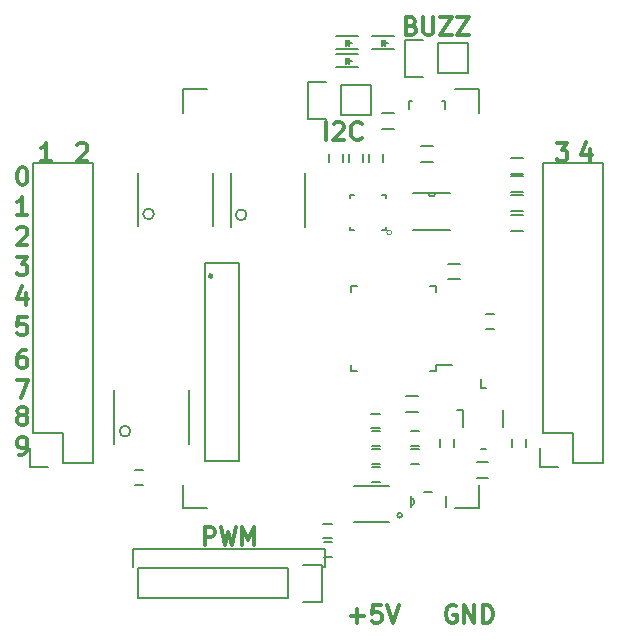
<source format=gbr>
G04 #@! TF.FileFunction,Legend,Top*
%FSLAX46Y46*%
G04 Gerber Fmt 4.6, Leading zero omitted, Abs format (unit mm)*
G04 Created by KiCad (PCBNEW 4.0.0-rc2-stable) date 7/22/2016 8:43:15 PM*
%MOMM*%
G01*
G04 APERTURE LIST*
%ADD10C,0.100000*%
%ADD11C,0.300000*%
%ADD12C,0.200000*%
%ADD13C,0.150000*%
%ADD14C,0.152400*%
%ADD15C,0.203200*%
%ADD16C,0.304800*%
%ADD17C,0.127000*%
G04 APERTURE END LIST*
D10*
D11*
X151733715Y-81132571D02*
X151733715Y-79632571D01*
X152376572Y-79775429D02*
X152448001Y-79704000D01*
X152590858Y-79632571D01*
X152948001Y-79632571D01*
X153090858Y-79704000D01*
X153162287Y-79775429D01*
X153233715Y-79918286D01*
X153233715Y-80061143D01*
X153162287Y-80275429D01*
X152305144Y-81132571D01*
X153233715Y-81132571D01*
X154733715Y-80989714D02*
X154662286Y-81061143D01*
X154448000Y-81132571D01*
X154305143Y-81132571D01*
X154090858Y-81061143D01*
X153948000Y-80918286D01*
X153876572Y-80775429D01*
X153805143Y-80489714D01*
X153805143Y-80275429D01*
X153876572Y-79989714D01*
X153948000Y-79846857D01*
X154090858Y-79704000D01*
X154305143Y-79632571D01*
X154448000Y-79632571D01*
X154662286Y-79704000D01*
X154733715Y-79775429D01*
X158964858Y-71456857D02*
X159179144Y-71528286D01*
X159250572Y-71599714D01*
X159322001Y-71742571D01*
X159322001Y-71956857D01*
X159250572Y-72099714D01*
X159179144Y-72171143D01*
X159036286Y-72242571D01*
X158464858Y-72242571D01*
X158464858Y-70742571D01*
X158964858Y-70742571D01*
X159107715Y-70814000D01*
X159179144Y-70885429D01*
X159250572Y-71028286D01*
X159250572Y-71171143D01*
X159179144Y-71314000D01*
X159107715Y-71385429D01*
X158964858Y-71456857D01*
X158464858Y-71456857D01*
X159964858Y-70742571D02*
X159964858Y-71956857D01*
X160036286Y-72099714D01*
X160107715Y-72171143D01*
X160250572Y-72242571D01*
X160536286Y-72242571D01*
X160679144Y-72171143D01*
X160750572Y-72099714D01*
X160822001Y-71956857D01*
X160822001Y-70742571D01*
X161393430Y-70742571D02*
X162393430Y-70742571D01*
X161393430Y-72242571D01*
X162393430Y-72242571D01*
X162822001Y-70742571D02*
X163822001Y-70742571D01*
X162822001Y-72242571D01*
X163822001Y-72242571D01*
X162723143Y-120598000D02*
X162580286Y-120526571D01*
X162366000Y-120526571D01*
X162151715Y-120598000D01*
X162008857Y-120740857D01*
X161937429Y-120883714D01*
X161866000Y-121169429D01*
X161866000Y-121383714D01*
X161937429Y-121669429D01*
X162008857Y-121812286D01*
X162151715Y-121955143D01*
X162366000Y-122026571D01*
X162508857Y-122026571D01*
X162723143Y-121955143D01*
X162794572Y-121883714D01*
X162794572Y-121383714D01*
X162508857Y-121383714D01*
X163437429Y-122026571D02*
X163437429Y-120526571D01*
X164294572Y-122026571D01*
X164294572Y-120526571D01*
X165008858Y-122026571D02*
X165008858Y-120526571D01*
X165366001Y-120526571D01*
X165580286Y-120598000D01*
X165723144Y-120740857D01*
X165794572Y-120883714D01*
X165866001Y-121169429D01*
X165866001Y-121383714D01*
X165794572Y-121669429D01*
X165723144Y-121812286D01*
X165580286Y-121955143D01*
X165366001Y-122026571D01*
X165008858Y-122026571D01*
X153809429Y-121455143D02*
X154952286Y-121455143D01*
X154380857Y-122026571D02*
X154380857Y-120883714D01*
X156380858Y-120526571D02*
X155666572Y-120526571D01*
X155595143Y-121240857D01*
X155666572Y-121169429D01*
X155809429Y-121098000D01*
X156166572Y-121098000D01*
X156309429Y-121169429D01*
X156380858Y-121240857D01*
X156452286Y-121383714D01*
X156452286Y-121740857D01*
X156380858Y-121883714D01*
X156309429Y-121955143D01*
X156166572Y-122026571D01*
X155809429Y-122026571D01*
X155666572Y-121955143D01*
X155595143Y-121883714D01*
X156880857Y-120526571D02*
X157380857Y-122026571D01*
X157880857Y-120526571D01*
D12*
X151674000Y-117284000D02*
X151420000Y-117284000D01*
X151674000Y-115760000D02*
X151674000Y-117284000D01*
X135418000Y-115760000D02*
X151674000Y-115760000D01*
X135418000Y-117284000D02*
X135418000Y-115760000D01*
D11*
X141438857Y-115422571D02*
X141438857Y-113922571D01*
X142010285Y-113922571D01*
X142153143Y-113994000D01*
X142224571Y-114065429D01*
X142296000Y-114208286D01*
X142296000Y-114422571D01*
X142224571Y-114565429D01*
X142153143Y-114636857D01*
X142010285Y-114708286D01*
X141438857Y-114708286D01*
X142796000Y-113922571D02*
X143153143Y-115422571D01*
X143438857Y-114351143D01*
X143724571Y-115422571D01*
X144081714Y-113922571D01*
X144653143Y-115422571D02*
X144653143Y-113922571D01*
X145153143Y-114994000D01*
X145653143Y-113922571D01*
X145653143Y-115422571D01*
X174057715Y-81910571D02*
X174057715Y-82910571D01*
X173700572Y-81339143D02*
X173343429Y-82410571D01*
X174272001Y-82410571D01*
X171240001Y-81410571D02*
X172168572Y-81410571D01*
X171668572Y-81982000D01*
X171882858Y-81982000D01*
X172025715Y-82053429D01*
X172097144Y-82124857D01*
X172168572Y-82267714D01*
X172168572Y-82624857D01*
X172097144Y-82767714D01*
X172025715Y-82839143D01*
X171882858Y-82910571D01*
X171454286Y-82910571D01*
X171311429Y-82839143D01*
X171240001Y-82767714D01*
X125948572Y-83442571D02*
X126091429Y-83442571D01*
X126234286Y-83514000D01*
X126305715Y-83585429D01*
X126377144Y-83728286D01*
X126448572Y-84014000D01*
X126448572Y-84371143D01*
X126377144Y-84656857D01*
X126305715Y-84799714D01*
X126234286Y-84871143D01*
X126091429Y-84942571D01*
X125948572Y-84942571D01*
X125805715Y-84871143D01*
X125734286Y-84799714D01*
X125662858Y-84656857D01*
X125591429Y-84371143D01*
X125591429Y-84014000D01*
X125662858Y-83728286D01*
X125734286Y-83585429D01*
X125805715Y-83514000D01*
X125948572Y-83442571D01*
X125734286Y-107802571D02*
X126020001Y-107802571D01*
X126162858Y-107731143D01*
X126234286Y-107659714D01*
X126377144Y-107445429D01*
X126448572Y-107159714D01*
X126448572Y-106588286D01*
X126377144Y-106445429D01*
X126305715Y-106374000D01*
X126162858Y-106302571D01*
X125877144Y-106302571D01*
X125734286Y-106374000D01*
X125662858Y-106445429D01*
X125591429Y-106588286D01*
X125591429Y-106945429D01*
X125662858Y-107088286D01*
X125734286Y-107159714D01*
X125877144Y-107231143D01*
X126162858Y-107231143D01*
X126305715Y-107159714D01*
X126377144Y-107088286D01*
X126448572Y-106945429D01*
X125877144Y-104405429D02*
X125734286Y-104334000D01*
X125662858Y-104262571D01*
X125591429Y-104119714D01*
X125591429Y-104048286D01*
X125662858Y-103905429D01*
X125734286Y-103834000D01*
X125877144Y-103762571D01*
X126162858Y-103762571D01*
X126305715Y-103834000D01*
X126377144Y-103905429D01*
X126448572Y-104048286D01*
X126448572Y-104119714D01*
X126377144Y-104262571D01*
X126305715Y-104334000D01*
X126162858Y-104405429D01*
X125877144Y-104405429D01*
X125734286Y-104476857D01*
X125662858Y-104548286D01*
X125591429Y-104691143D01*
X125591429Y-104976857D01*
X125662858Y-105119714D01*
X125734286Y-105191143D01*
X125877144Y-105262571D01*
X126162858Y-105262571D01*
X126305715Y-105191143D01*
X126377144Y-105119714D01*
X126448572Y-104976857D01*
X126448572Y-104691143D01*
X126377144Y-104548286D01*
X126305715Y-104476857D01*
X126162858Y-104405429D01*
X125520001Y-101476571D02*
X126520001Y-101476571D01*
X125877144Y-102976571D01*
X126305715Y-98936571D02*
X126020001Y-98936571D01*
X125877144Y-99008000D01*
X125805715Y-99079429D01*
X125662858Y-99293714D01*
X125591429Y-99579429D01*
X125591429Y-100150857D01*
X125662858Y-100293714D01*
X125734286Y-100365143D01*
X125877144Y-100436571D01*
X126162858Y-100436571D01*
X126305715Y-100365143D01*
X126377144Y-100293714D01*
X126448572Y-100150857D01*
X126448572Y-99793714D01*
X126377144Y-99650857D01*
X126305715Y-99579429D01*
X126162858Y-99508000D01*
X125877144Y-99508000D01*
X125734286Y-99579429D01*
X125662858Y-99650857D01*
X125591429Y-99793714D01*
X126377144Y-96142571D02*
X125662858Y-96142571D01*
X125591429Y-96856857D01*
X125662858Y-96785429D01*
X125805715Y-96714000D01*
X126162858Y-96714000D01*
X126305715Y-96785429D01*
X126377144Y-96856857D01*
X126448572Y-96999714D01*
X126448572Y-97356857D01*
X126377144Y-97499714D01*
X126305715Y-97571143D01*
X126162858Y-97642571D01*
X125805715Y-97642571D01*
X125662858Y-97571143D01*
X125591429Y-97499714D01*
X126305715Y-94102571D02*
X126305715Y-95102571D01*
X125948572Y-93531143D02*
X125591429Y-94602571D01*
X126520001Y-94602571D01*
X125520001Y-91062571D02*
X126448572Y-91062571D01*
X125948572Y-91634000D01*
X126162858Y-91634000D01*
X126305715Y-91705429D01*
X126377144Y-91776857D01*
X126448572Y-91919714D01*
X126448572Y-92276857D01*
X126377144Y-92419714D01*
X126305715Y-92491143D01*
X126162858Y-92562571D01*
X125734286Y-92562571D01*
X125591429Y-92491143D01*
X125520001Y-92419714D01*
X125591429Y-88665429D02*
X125662858Y-88594000D01*
X125805715Y-88522571D01*
X126162858Y-88522571D01*
X126305715Y-88594000D01*
X126377144Y-88665429D01*
X126448572Y-88808286D01*
X126448572Y-88951143D01*
X126377144Y-89165429D01*
X125520001Y-90022571D01*
X126448572Y-90022571D01*
X126448572Y-87482571D02*
X125591429Y-87482571D01*
X126020001Y-87482571D02*
X126020001Y-85982571D01*
X125877144Y-86196857D01*
X125734286Y-86339714D01*
X125591429Y-86411143D01*
X130671429Y-81553429D02*
X130742858Y-81482000D01*
X130885715Y-81410571D01*
X131242858Y-81410571D01*
X131385715Y-81482000D01*
X131457144Y-81553429D01*
X131528572Y-81696286D01*
X131528572Y-81839143D01*
X131457144Y-82053429D01*
X130600001Y-82910571D01*
X131528572Y-82910571D01*
X128480572Y-82910571D02*
X127623429Y-82910571D01*
X128052001Y-82910571D02*
X128052001Y-81410571D01*
X127909144Y-81624857D01*
X127766286Y-81767714D01*
X127623429Y-81839143D01*
D13*
X135525200Y-109114800D02*
X136225200Y-109114800D01*
X136225200Y-110314800D02*
X135525200Y-110314800D01*
X155591200Y-108860800D02*
X156291200Y-108860800D01*
X156291200Y-110060800D02*
X155591200Y-110060800D01*
X151527200Y-115210800D02*
X152227200Y-115210800D01*
X152227200Y-116410800D02*
X151527200Y-116410800D01*
X151491628Y-113637800D02*
X152191628Y-113637800D01*
X152191628Y-114837800D02*
X151491628Y-114837800D01*
X153679200Y-83018800D02*
X153679200Y-82318800D01*
X154879200Y-82318800D02*
X154879200Y-83018800D01*
X151979200Y-83018800D02*
X151979200Y-82318800D01*
X153179200Y-82318800D02*
X153179200Y-83018800D01*
X156579200Y-82318800D02*
X156579200Y-83018800D01*
X155379200Y-83018800D02*
X155379200Y-82318800D01*
X158893200Y-107336800D02*
X159593200Y-107336800D01*
X159593200Y-108536800D02*
X158893200Y-108536800D01*
X158893200Y-105812800D02*
X159593200Y-105812800D01*
X159593200Y-107012800D02*
X158893200Y-107012800D01*
X165243200Y-95906800D02*
X165943200Y-95906800D01*
X165943200Y-97106800D02*
X165243200Y-97106800D01*
X155555200Y-104352800D02*
X156255200Y-104352800D01*
X156255200Y-105552800D02*
X155555200Y-105552800D01*
X155591200Y-107336800D02*
X156291200Y-107336800D01*
X156291200Y-108536800D02*
X155591200Y-108536800D01*
X155591200Y-105812800D02*
X156291200Y-105812800D01*
X156291200Y-107012800D02*
X155591200Y-107012800D01*
X167479200Y-107118800D02*
X167479200Y-106418800D01*
X168679200Y-106418800D02*
X168679200Y-107118800D01*
X161379200Y-107118800D02*
X161379200Y-106418800D01*
X162579200Y-106418800D02*
X162579200Y-107118800D01*
X152555200Y-73434800D02*
X154455200Y-73434800D01*
X152555200Y-72334800D02*
X154455200Y-72334800D01*
X153455200Y-72884800D02*
X153905200Y-72884800D01*
X153405200Y-72634800D02*
X153405200Y-73134800D01*
X153405200Y-72884800D02*
X153655200Y-72634800D01*
X153655200Y-72634800D02*
X153655200Y-73134800D01*
X153655200Y-73134800D02*
X153405200Y-72884800D01*
X155603200Y-73434800D02*
X157503200Y-73434800D01*
X155603200Y-72334800D02*
X157503200Y-72334800D01*
X156503200Y-72884800D02*
X156953200Y-72884800D01*
X156453200Y-72634800D02*
X156453200Y-73134800D01*
X156453200Y-72884800D02*
X156703200Y-72634800D01*
X156703200Y-72634800D02*
X156703200Y-73134800D01*
X156703200Y-73134800D02*
X156453200Y-72884800D01*
X152555200Y-74958800D02*
X154455200Y-74958800D01*
X152555200Y-73858800D02*
X154455200Y-73858800D01*
X153455200Y-74408800D02*
X153905200Y-74408800D01*
X153405200Y-74158800D02*
X153405200Y-74658800D01*
X153405200Y-74408800D02*
X153655200Y-74158800D01*
X153655200Y-74158800D02*
X153655200Y-74658800D01*
X153655200Y-74658800D02*
X153405200Y-74408800D01*
X132029200Y-83108800D02*
X132029200Y-108508800D01*
X126949200Y-105968800D02*
X126949200Y-83108800D01*
X132029200Y-83108800D02*
X126949200Y-83108800D01*
X132029200Y-108508800D02*
X129489200Y-108508800D01*
X126669200Y-107238800D02*
X126669200Y-108788800D01*
X129489200Y-108508800D02*
X129489200Y-105968800D01*
X129489200Y-105968800D02*
X126949200Y-105968800D01*
X126669200Y-108788800D02*
X128219200Y-108788800D01*
X161239200Y-72948800D02*
X163779200Y-72948800D01*
X158419200Y-72668800D02*
X159969200Y-72668800D01*
X161239200Y-72948800D02*
X161239200Y-75488800D01*
X159969200Y-75768800D02*
X158419200Y-75768800D01*
X158419200Y-75768800D02*
X158419200Y-72668800D01*
X161239200Y-75488800D02*
X163779200Y-75488800D01*
X163779200Y-75488800D02*
X163779200Y-72948800D01*
X148539200Y-117398800D02*
X135839200Y-117398800D01*
X135839200Y-117398800D02*
X135839200Y-119938800D01*
X135839200Y-119938800D02*
X148539200Y-119938800D01*
X151359200Y-117118800D02*
X149809200Y-117118800D01*
X148539200Y-117398800D02*
X148539200Y-119938800D01*
X149809200Y-120218800D02*
X151359200Y-120218800D01*
X151359200Y-120218800D02*
X151359200Y-117118800D01*
X175209200Y-83108800D02*
X175209200Y-108508800D01*
X170129200Y-105968800D02*
X170129200Y-83108800D01*
X175209200Y-83108800D02*
X170129200Y-83108800D01*
X175209200Y-108508800D02*
X172669200Y-108508800D01*
X169849200Y-107238800D02*
X169849200Y-108788800D01*
X172669200Y-108508800D02*
X172669200Y-105968800D01*
X172669200Y-105968800D02*
X170129200Y-105968800D01*
X169849200Y-108788800D02*
X171399200Y-108788800D01*
X161558360Y-77822560D02*
X161510100Y-77822560D01*
X158759380Y-78523600D02*
X158759380Y-77822560D01*
X158759380Y-77822560D02*
X159008300Y-77822560D01*
X161558360Y-77822560D02*
X161759020Y-77822560D01*
X161759020Y-77822560D02*
X161759020Y-78523600D01*
X156457200Y-78813800D02*
X157457200Y-78813800D01*
X157457200Y-80163800D02*
X156457200Y-80163800D01*
X159479200Y-104143800D02*
X158479200Y-104143800D01*
X158479200Y-102793800D02*
X159479200Y-102793800D01*
X168379200Y-87143800D02*
X167379200Y-87143800D01*
X167379200Y-85793800D02*
X168379200Y-85793800D01*
X168379200Y-88843800D02*
X167379200Y-88843800D01*
X167379200Y-87493800D02*
X168379200Y-87493800D01*
X162079200Y-91593800D02*
X163079200Y-91593800D01*
X163079200Y-92943800D02*
X162079200Y-92943800D01*
X159759200Y-81607800D02*
X160759200Y-81607800D01*
X160759200Y-82957800D02*
X159759200Y-82957800D01*
X164479200Y-108393800D02*
X165479200Y-108393800D01*
X165479200Y-109743800D02*
X164479200Y-109743800D01*
X167379200Y-84147800D02*
X168379200Y-84147800D01*
X168379200Y-85497800D02*
X167379200Y-85497800D01*
X168379200Y-83973800D02*
X167379200Y-83973800D01*
X167379200Y-82623800D02*
X168379200Y-82623800D01*
D14*
X149976600Y-83962900D02*
X149976600Y-88528500D01*
X143647400Y-88528500D02*
X143647400Y-83962900D01*
X144993600Y-87464900D02*
G75*
G03X144993600Y-87464900I-457200J0D01*
G01*
D15*
X141508480Y-108351320D02*
X141508480Y-91549220D01*
X141508480Y-91549220D02*
X144388840Y-91549220D01*
X144388840Y-91549220D02*
X144388840Y-108351320D01*
X144388840Y-108351320D02*
X141508480Y-108351320D01*
X139649200Y-76819760D02*
X141648180Y-76819760D01*
X162648900Y-76819760D02*
X164647880Y-76819760D01*
X164647880Y-76819760D02*
X164647880Y-78821280D01*
X164647880Y-110319820D02*
X164647880Y-112318800D01*
X164647880Y-112318800D02*
X162648900Y-112318800D01*
X141648180Y-112318800D02*
X139649200Y-112318800D01*
X139649200Y-112318800D02*
X139649200Y-110319820D01*
X139649200Y-78821280D02*
X139649200Y-76819760D01*
D16*
X142046960Y-92649040D02*
G75*
G03X142046960Y-92649040I-99060J0D01*
G01*
D14*
X157077800Y-110470200D02*
X154080600Y-110470200D01*
X154080600Y-113467400D02*
X157077800Y-113467400D01*
X157763600Y-112908600D02*
G75*
G02X158170000Y-112908600I203200J0D01*
G01*
X158170000Y-112908600D02*
G75*
G02X157763600Y-112908600I-203200J0D01*
G01*
X161877800Y-112226000D02*
X161877800Y-111311600D01*
X160709400Y-110905200D02*
X160049000Y-110905200D01*
X158880600Y-111311600D02*
X158880600Y-111464000D01*
X158880600Y-111464000D02*
X158880600Y-112073600D01*
X158880600Y-112073600D02*
X158880600Y-112226000D01*
X158880600Y-111464000D02*
G75*
G02X158880600Y-112073600I0J-304800D01*
G01*
D17*
X156779200Y-88468800D02*
X156779200Y-88768800D01*
X156779200Y-88768800D02*
X156479200Y-88768800D01*
X154079200Y-88768800D02*
X153779200Y-88768800D01*
X154079200Y-85768800D02*
X153779200Y-85768800D01*
X156779200Y-85768800D02*
X156479200Y-85768800D01*
X156779200Y-85768800D02*
X156779200Y-86068800D01*
X153779200Y-85768800D02*
X153779200Y-86068800D01*
X153779200Y-88468800D02*
X153779200Y-88768800D01*
D10*
X157279200Y-88968800D02*
G75*
G03X157279200Y-88968800I-200000J0D01*
G01*
D14*
X142143800Y-83886000D02*
X142143800Y-88451600D01*
X135814600Y-88451600D02*
X135814600Y-83886000D01*
X137160800Y-87388000D02*
G75*
G03X137160800Y-87388000I-457200J0D01*
G01*
X140143800Y-102286000D02*
X140143800Y-106851600D01*
X133814600Y-106851600D02*
X133814600Y-102286000D01*
X135160800Y-105788000D02*
G75*
G03X135160800Y-105788000I-457200J0D01*
G01*
X162228600Y-85619400D02*
X160984000Y-85619400D01*
X160984000Y-85619400D02*
X160374400Y-85619400D01*
X160374400Y-85619400D02*
X159129800Y-85619400D01*
X159129800Y-88718200D02*
X162228600Y-88718200D01*
X160984000Y-85619400D02*
G75*
G02X160374400Y-85619400I-304800J0D01*
G01*
D13*
X161054200Y-100703800D02*
X161054200Y-100178800D01*
X153804200Y-100703800D02*
X153804200Y-100178800D01*
X153804200Y-93453800D02*
X153804200Y-93978800D01*
X161054200Y-93453800D02*
X161054200Y-93978800D01*
X161054200Y-100703800D02*
X160529200Y-100703800D01*
X161054200Y-93453800D02*
X160529200Y-93453800D01*
X153804200Y-93453800D02*
X154329200Y-93453800D01*
X153804200Y-100703800D02*
X154329200Y-100703800D01*
X161054200Y-100178800D02*
X162429200Y-100178800D01*
X164849200Y-102098800D02*
X164849200Y-101398800D01*
X163349200Y-103998800D02*
X162849200Y-103998800D01*
X163349200Y-105400880D02*
X163349200Y-103998800D01*
X166749200Y-103997760D02*
X166749200Y-105399840D01*
X164849200Y-107298800D02*
X165249200Y-107298800D01*
X164849200Y-102098800D02*
X165249200Y-102098800D01*
X150174800Y-79337000D02*
X151724800Y-79337000D01*
X155534800Y-79057000D02*
X152994800Y-79057000D01*
X152994800Y-79057000D02*
X152994800Y-76517000D01*
X151724800Y-76237000D02*
X150174800Y-76237000D01*
X150174800Y-76237000D02*
X150174800Y-79337000D01*
X152994800Y-76517000D02*
X155534800Y-76517000D01*
X155534800Y-76517000D02*
X155534800Y-79057000D01*
M02*

</source>
